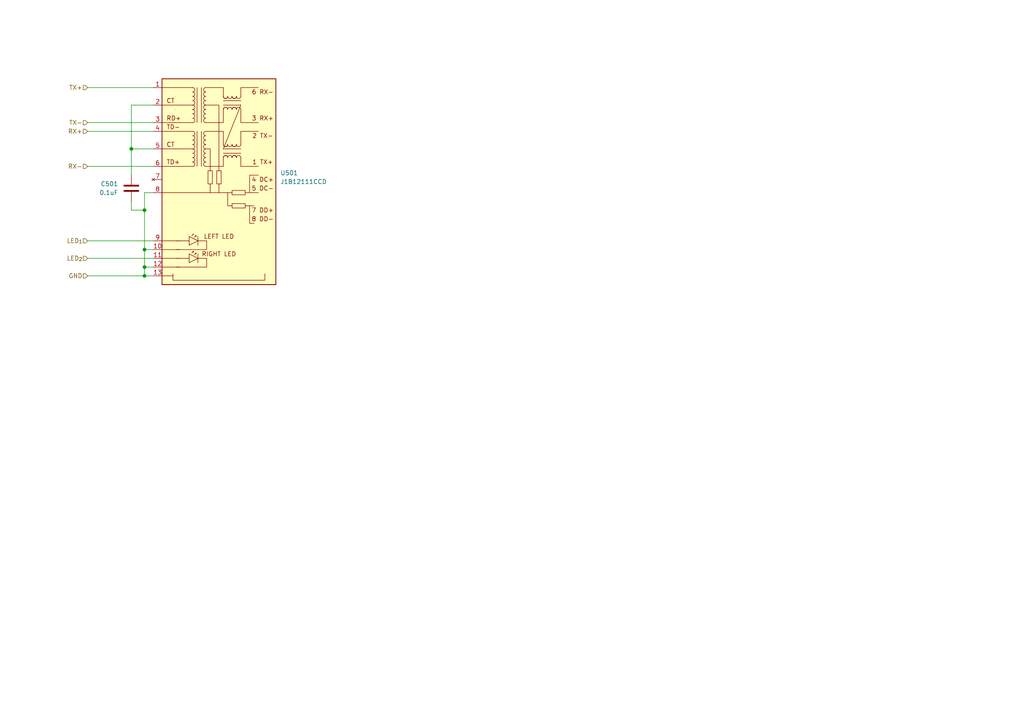
<source format=kicad_sch>
(kicad_sch (version 20211123) (generator eeschema)
  (paper "A4")
  (title_block (date "2022-07-14") (rev "2.3"))
  (lib_symbols
    (symbol "CosmicWatchPro:LPJ4012AHNL" (pin_names hide)
      (property "Reference" "U" (at -6.35 -6.35 0))
      (property "Value" "LPJ4012AHNL" (at -6.35 -8.89 0))
      (symbol "LPJ4012AHNL_0_0"
        (rectangle (start -16.51 30.48) (end 16.51 -29.21) (stroke (width 0.254)) (fill (type background)))
        (rectangle (start -3.175 3.81) (end -1.905 0))
        (rectangle (start -0.635 3.81) (end 0.635 0))
        (polyline (pts (xy -16.51 -24.13) (xy -11.43 -24.13)))
        (polyline (pts (xy -16.51 -21.59) (xy -11.43 -21.59)))
        (polyline (pts (xy -16.51 -19.05) (xy -11.43 -19.05)))
        (polyline (pts (xy -16.51 -16.51) (xy -11.43 -16.51)))
        (polyline (pts (xy -16.51 5.08) (xy -11.43 5.08)))
        (polyline (pts (xy -16.51 10.16) (xy -11.43 10.16)))
        (polyline (pts (xy -16.51 15.24) (xy -11.43 15.24)))
        (polyline (pts (xy -16.51 17.78) (xy -11.43 17.78)))
        (polyline (pts (xy -16.51 22.86) (xy -11.43 22.86)))
        (polyline (pts (xy -16.51 27.94) (xy -11.43 27.94)))
        (polyline (pts (xy -12.446 -16.51) (xy -8.636 -16.51)))
        (polyline (pts (xy 0 -2.54) (xy 3.81 -2.54)))
        (polyline (pts (xy 7.62 -6.35) (xy 10.16 -6.35)))
        (polyline (pts (xy 7.62 -2.54) (xy 11.43 -2.54)))
        (polyline (pts (xy -16.51 -2.54) (xy -2.54 -2.54) (xy -2.54 0)))
        (polyline (pts (xy -2.54 -2.54) (xy 0 -2.54) (xy 0 0)))
        (polyline (pts (xy 2.54 -2.54) (xy 2.54 -6.35) (xy 3.81 -6.35)))
        (polyline (pts (xy 8.89 -6.35) (xy 8.89 -11.43) (xy 10.16 -11.43)))
        (polyline (pts (xy 8.89 -2.54) (xy 8.89 2.54) (xy 11.43 2.54)))
        (polyline (pts (xy -6.096 -16.51) (xy -3.556 -16.51) (xy -3.556 -19.05) (xy -12.446 -19.05)))
        (rectangle (start 3.81 -6.985) (end 7.62 -5.715))
        (rectangle (start 3.81 -3.175) (end 7.62 -1.905))
        (text "1 TX+" (at 12.7 6.35 0) (effects (font (size 1.27 1.27))))
        (text "2 TX-" (at 12.7 13.97 0) (effects (font (size 1.27 1.27))))
        (text "3 RX+" (at 12.7 19.05 0) (effects (font (size 1.27 1.27))))
        (text "4 DC+" (at 12.7 1.27 0) (effects (font (size 1.27 1.27))))
        (text "5 DC-" (at 12.7 -1.27 0) (effects (font (size 1.27 1.27))))
        (text "6 RX-" (at 12.7 26.67 0) (effects (font (size 1.27 1.27))))
        (text "7 DD+" (at 12.7 -7.62 0) (effects (font (size 1.27 1.27))))
        (text "8 DD-" (at 12.7 -10.16 0) (effects (font (size 1.27 1.27))))
        (text "CT" (at -15.24 24.13 0) (effects (font (size 1.27 1.27)) (justify left)))
        (text "LEFT LED" (at 0 -15.24 0) (effects (font (size 1.27 1.27))))
      )
      (symbol "LPJ4012AHNL_0_1"
        (arc (start -16.51 11.43) (mid -16.51 8.89) (end -16.51 11.43))
        (arc (start -7.62 8.89) (mid -6.985 9.525) (end -7.62 10.16))
        (arc (start -7.62 10.16) (mid -6.985 10.795) (end -7.62 11.43))
        (arc (start -7.62 13.97) (mid -6.985 14.605) (end -7.62 15.24))
        (polyline (pts (xy -13.335 -26.67) (xy -16.51 -26.67)))
        (polyline (pts (xy -7.62 5.08) (xy -11.43 5.08)))
        (polyline (pts (xy -7.62 10.16) (xy -11.43 10.16)))
        (polyline (pts (xy -7.62 15.24) (xy -11.43 15.24)))
        (polyline (pts (xy -7.62 17.78) (xy -11.43 17.78)))
        (polyline (pts (xy -7.62 22.86) (xy -11.43 22.86)))
        (polyline (pts (xy -7.62 27.94) (xy -11.43 27.94)))
        (polyline (pts (xy -7.366 -19.558) (xy -7.62 -19.558)))
        (polyline (pts (xy -6.604 -20.066) (xy -6.858 -20.066)))
        (polyline (pts (xy -6.096 -15.24) (xy -6.096 -17.78)))
        (polyline (pts (xy -7.874 -20.066) (xy -7.366 -19.558) (xy -7.366 -19.812)))
        (polyline (pts (xy -7.112 -20.574) (xy -6.604 -20.066) (xy -6.604 -20.32)))
        (polyline (pts (xy -3.81 10.16) (xy -2.54 10.16) (xy -2.54 3.81)))
        (polyline (pts (xy -3.81 22.86) (xy 0 22.86) (xy 0 3.81)))
        (polyline (pts (xy -13.335 -26.035) (xy -13.335 -27.94) (xy 13.335 -27.94) (xy 13.335 -26.035)))
        (polyline (pts (xy -8.636 -15.24) (xy -8.636 -17.78) (xy -6.096 -16.51) (xy -8.636 -15.24)))
      )
      (symbol "LPJ4012AHNL_1_1"
        (arc (start -16.51 7.62) (mid -16.51 5.08) (end -16.51 7.62))
        (arc (start -16.51 20.32) (mid -16.51 17.78) (end -16.51 20.32))
        (arc (start -16.51 21.59) (mid -16.51 19.05) (end -16.51 21.59))
        (arc (start -16.51 26.67) (mid -16.51 24.13) (end -16.51 26.67))
        (arc (start -12.7 6.35) (mid -12.7 8.89) (end -12.7 6.35))
        (arc (start -12.7 10.16) (mid -12.7 12.7) (end -12.7 10.16))
        (arc (start -12.7 19.05) (mid -12.7 21.59) (end -12.7 19.05))
        (arc (start -12.7 21.59) (mid -12.7 24.13) (end -12.7 21.59))
        (arc (start -12.7 25.4) (mid -12.7 27.94) (end -12.7 25.4))
        (arc (start -7.62 5.08) (mid -6.985 5.715) (end -7.62 6.35))
        (arc (start -7.62 6.35) (mid -6.985 6.985) (end -7.62 7.62))
        (arc (start -7.62 7.62) (mid -5.08 7.62) (end -7.62 7.62))
        (arc (start -7.62 7.62) (mid -6.985 8.255) (end -7.62 8.89))
        (arc (start -7.62 11.43) (mid -6.985 12.065) (end -7.62 12.7))
        (arc (start -7.62 12.7) (mid -6.985 13.335) (end -7.62 13.97))
        (arc (start -7.62 17.78) (mid -6.985 18.415) (end -7.62 19.05))
        (arc (start -7.62 19.05) (mid -6.985 19.685) (end -7.62 20.32))
        (arc (start -7.62 20.32) (mid -6.985 20.955) (end -7.62 21.59))
        (arc (start -7.62 21.59) (mid -5.08 21.59) (end -7.62 21.59))
        (arc (start -7.62 21.59) (mid -6.985 22.225) (end -7.62 22.86))
        (arc (start -7.62 22.86) (mid -6.985 23.495) (end -7.62 24.13))
        (arc (start -7.62 24.13) (mid -6.985 24.765) (end -7.62 25.4))
        (arc (start -7.62 25.4) (mid -6.985 26.035) (end -7.62 26.67))
        (arc (start -7.62 26.67) (mid -6.985 27.305) (end -7.62 27.94))
        (arc (start -6.35 11.43) (mid -8.89 11.43) (end -6.35 11.43))
        (arc (start -6.35 25.4) (mid -8.89 25.4) (end -6.35 25.4))
        (arc (start -5.08 7.62) (mid -2.54 7.62) (end -5.08 7.62))
        (arc (start -5.08 21.59) (mid -2.54 21.59) (end -5.08 21.59))
        (arc (start -3.81 6.35) (mid -4.445 5.715) (end -3.81 5.08))
        (arc (start -3.81 7.62) (mid -4.445 6.985) (end -3.81 6.35))
        (arc (start -3.81 8.89) (mid -4.445 8.255) (end -3.81 7.62))
        (arc (start -3.81 10.16) (mid -4.445 9.525) (end -3.81 8.89))
        (arc (start -3.81 11.43) (mid -4.445 10.795) (end -3.81 10.16))
        (arc (start -3.81 11.43) (mid -6.35 11.43) (end -3.81 11.43))
        (arc (start -3.81 12.7) (mid -4.445 12.065) (end -3.81 11.43))
        (arc (start -3.81 13.97) (mid -4.445 13.335) (end -3.81 12.7))
        (arc (start -3.81 15.24) (mid -4.445 14.605) (end -3.81 13.97))
        (arc (start -3.81 19.05) (mid -4.445 18.415) (end -3.81 17.78))
        (arc (start -3.81 20.32) (mid -4.445 19.685) (end -3.81 19.05))
        (arc (start -3.81 21.59) (mid -4.445 20.955) (end -3.81 20.32))
        (arc (start -3.81 22.86) (mid -4.445 22.225) (end -3.81 21.59))
        (arc (start -3.81 24.13) (mid -4.445 23.495) (end -3.81 22.86))
        (arc (start -3.81 25.4) (mid -4.445 24.765) (end -3.81 24.13))
        (arc (start -3.81 25.4) (mid -6.35 25.4) (end -3.81 25.4))
        (arc (start -3.81 26.67) (mid -4.445 26.035) (end -3.81 25.4))
        (arc (start -3.81 27.94) (mid -4.445 27.305) (end -3.81 26.67))
        (polyline (pts (xy -12.446 -21.59) (xy -8.636 -21.59)))
        (polyline (pts (xy -6.604 -14.986) (xy -6.858 -14.986)))
        (polyline (pts (xy -6.35 5.08) (xy -6.35 15.24)))
        (polyline (pts (xy -6.35 27.94) (xy -6.35 17.78)))
        (polyline (pts (xy -6.096 -20.32) (xy -6.096 -22.86)))
        (polyline (pts (xy -5.08 15.24) (xy -5.08 5.08)))
        (polyline (pts (xy -5.08 17.78) (xy -5.08 27.94)))
        (polyline (pts (xy 1.27 8.89) (xy 6.35 8.89)))
        (polyline (pts (xy 1.27 10.16) (xy 6.35 22.86)))
        (polyline (pts (xy 1.27 22.86) (xy 6.35 22.86)))
        (polyline (pts (xy 6.35 10.16) (xy 1.27 10.16)))
        (polyline (pts (xy 6.35 24.13) (xy 1.27 24.13)))
        (polyline (pts (xy -7.874 -14.986) (xy -7.366 -14.478) (xy -7.366 -14.732)))
        (polyline (pts (xy -7.112 -15.494) (xy -6.604 -14.986) (xy -6.604 -15.24)))
        (polyline (pts (xy -3.81 15.24) (xy 1.27 15.24) (xy 1.27 11.43)))
        (polyline (pts (xy -3.81 17.78) (xy 1.27 17.78) (xy 1.27 21.59)))
        (polyline (pts (xy -3.81 27.94) (xy 1.27 27.94) (xy 1.27 25.4)))
        (polyline (pts (xy 1.27 7.62) (xy 1.27 5.08) (xy -3.81 5.08)))
        (polyline (pts (xy 6.35 7.62) (xy 6.35 5.08) (xy 11.43 5.08)))
        (polyline (pts (xy 6.35 11.43) (xy 6.35 15.24) (xy 11.43 15.24)))
        (polyline (pts (xy 6.35 21.59) (xy 6.35 17.78) (xy 11.43 17.78)))
        (polyline (pts (xy 6.35 25.4) (xy 6.35 27.94) (xy 11.43 27.94)))
        (polyline (pts (xy -8.636 -20.32) (xy -8.636 -22.86) (xy -6.096 -21.59) (xy -8.636 -20.32)))
        (polyline (pts (xy -6.096 -21.59) (xy -3.556 -21.59) (xy -3.556 -24.13) (xy -12.446 -24.13)))
        (arc (start 1.27 11.43) (mid 1.905 10.795) (end 2.54 11.43))
        (arc (start 1.27 11.43) (mid 1.905 10.795) (end 2.54 11.43))
        (arc (start 1.27 25.4) (mid 1.905 24.765) (end 2.54 25.4))
        (arc (start 1.27 25.4) (mid 1.905 24.765) (end 2.54 25.4))
        (arc (start 2.54 7.62) (mid 1.905 8.255) (end 1.27 7.62))
        (arc (start 2.54 7.62) (mid 1.905 8.255) (end 1.27 7.62))
        (arc (start 2.54 11.43) (mid 3.175 10.795) (end 3.81 11.43))
        (arc (start 2.54 21.59) (mid 1.905 22.225) (end 1.27 21.59))
        (arc (start 2.54 21.59) (mid 1.905 22.225) (end 1.27 21.59))
        (arc (start 2.54 25.4) (mid 3.175 24.765) (end 3.81 25.4))
        (arc (start 3.81 7.62) (mid 3.175 8.255) (end 2.54 7.62))
        (arc (start 3.81 11.43) (mid 4.445 10.795) (end 5.08 11.43))
        (arc (start 3.81 11.43) (mid 4.445 10.795) (end 5.08 11.43))
        (arc (start 3.81 21.59) (mid 3.175 22.225) (end 2.54 21.59))
        (arc (start 3.81 25.4) (mid 4.445 24.765) (end 5.08 25.4))
        (arc (start 3.81 25.4) (mid 4.445 24.765) (end 5.08 25.4))
        (arc (start 5.08 7.62) (mid 4.445 8.255) (end 3.81 7.62))
        (arc (start 5.08 7.62) (mid 4.445 8.255) (end 3.81 7.62))
        (arc (start 5.08 11.43) (mid 5.715 10.795) (end 6.35 11.43))
        (arc (start 5.08 21.59) (mid 4.445 22.225) (end 3.81 21.59))
        (arc (start 5.08 21.59) (mid 4.445 22.225) (end 3.81 21.59))
        (arc (start 5.08 25.4) (mid 5.715 24.765) (end 6.35 25.4))
        (arc (start 6.35 7.62) (mid 5.715 8.255) (end 5.08 7.62))
        (arc (start 6.35 21.59) (mid 5.715 22.225) (end 5.08 21.59))
        (text "CT" (at -15.24 11.43 0) (effects (font (size 1.27 1.27)) (justify left)))
        (text "RD+" (at -15.24 19.05 0) (effects (font (size 1.27 1.27)) (justify left)))
        (text "RIGHT LED" (at 0 -20.32 0) (effects (font (size 1.27 1.27))))
        (text "TD+" (at -15.24 6.35 0) (effects (font (size 1.27 1.27)) (justify left)))
        (text "TD-" (at -15.24 16.51 0) (effects (font (size 1.27 1.27)) (justify left)))
        (pin passive line (at -19.05 27.94 0) (length 2.54) (name "RD-") (number "1"))
        (pin passive line (at -19.05 -19.05 0) (length 2.54) (name "LLED-") (number "10"))
        (pin passive line (at -19.05 -21.59 0) (length 2.54) (name "RLED+") (number "11"))
        (pin passive line (at -19.05 -24.13 0) (length 2.54) (name "RLED-") (number "12"))
        (pin passive line (at -19.05 -26.67 0) (length 2.54) (name "SHIELD") (number "13"))
        (pin passive line (at -19.05 22.86 0) (length 2.54) (name "CT") (number "2"))
        (pin passive line (at -19.05 17.78 0) (length 2.54) (name "RD+") (number "3"))
        (pin passive line (at -19.05 15.24 0) (length 2.54) (name "TD-") (number "4"))
        (pin passive line (at -19.05 10.16 0) (length 2.54) (name "CT") (number "5"))
        (pin passive line (at -19.05 5.08 0) (length 2.54) (name "TD+") (number "6"))
        (pin no_connect line (at -19.05 1.27 0) (length 2.54) (name "") (number "7"))
        (pin passive line (at -19.05 -2.54 0) (length 2.54) (name "") (number "8"))
        (pin passive line (at -19.05 -16.51 0) (length 2.54) (name "LLED+") (number "9"))
      )
    )
    (symbol "Device:C" (pin_numbers hide) (pin_names (offset 0.254))
      (property "Reference" "C" (at 0.635 2.54 0))
      (property "Value" "C" (at 0.635 -2.54 0))
      (symbol "C_0_1"
        (polyline (pts (xy -2.032 -0.762) (xy 2.032 -0.762)) (stroke (width 0.508)))
        (polyline (pts (xy -2.032 0.762) (xy 2.032 0.762)) (stroke (width 0.508)))
      )
      (symbol "C_1_1"
        (pin passive line (at 0 3.81 270) (length 2.794) (name "~") (number "1"))
        (pin passive line (at 0 -3.81 90) (length 2.794) (name "~") (number "2"))
      )
    )
  )
  (junction (at 38.1 43.18))
  (junction (at 41.91 80.01))
  (junction (at 41.91 77.47))
  (junction (at 41.91 72.39))
  (junction (at 41.91 60.96))
  (wire (pts (xy 38.1 43.18) (xy 38.1 30.48)))
  (wire (pts (xy 41.91 80.01) (xy 44.45 80.01)))
  (wire (pts (xy 25.4 38.1) (xy 44.45 38.1)))
  (wire (pts (xy 25.4 74.93) (xy 44.45 74.93)))
  (wire (pts (xy 25.4 35.56) (xy 44.45 35.56)))
  (wire (pts (xy 25.4 69.85) (xy 44.45 69.85)))
  (wire (pts (xy 41.91 72.39) (xy 44.45 72.39)))
  (wire (pts (xy 41.91 60.96) (xy 41.91 55.88)))
  (wire (pts (xy 38.1 30.48) (xy 44.45 30.48)))
  (wire (pts (xy 41.91 72.39) (xy 41.91 60.96)))
  (wire (pts (xy 41.91 77.47) (xy 44.45 77.47)))
  (wire (pts (xy 38.1 43.18) (xy 44.45 43.18)))
  (wire (pts (xy 25.4 25.4) (xy 44.45 25.4)))
  (wire (pts (xy 25.4 80.01) (xy 41.91 80.01)))
  (wire (pts (xy 41.91 55.88) (xy 44.45 55.88)))
  (wire (pts (xy 41.91 77.47) (xy 41.91 72.39)))
  (wire (pts (xy 41.91 80.01) (xy 41.91 77.47)))
  (wire (pts (xy 25.4 48.26) (xy 44.45 48.26)))
  (wire (pts (xy 38.1 50.8) (xy 38.1 43.18)))
  (wire (pts (xy 38.1 58.42) (xy 38.1 60.96)))
  (wire (pts (xy 41.91 60.96) (xy 38.1 60.96)))
  (hierarchical_label "GND" (shape input) (at 25.4 80.01 180))
  (hierarchical_label "RX+" (shape input) (at 25.4 38.1 180))
  (hierarchical_label "TX-" (shape input) (at 25.4 35.56 180))
  (hierarchical_label "TX+" (shape input) (at 25.4 25.4 180))
  (hierarchical_label "LED_{1}" (shape input) (at 25.4 69.85 180))
  (hierarchical_label "RX-" (shape input) (at 25.4 48.26 180))
  (hierarchical_label "LED_{2}" (shape input) (at 25.4 74.93 180))
  (symbol (lib_id "Device:C") (at 38.1 54.61 0) (unit 1)
    (property "Reference" "C501" (at 34.29 53.34 0) (effects (justify right)))
    (property "Value" "0.1uF" (at 34.29 55.88 0) (effects (justify right)))
    (property "Footprint" "Capacitor_SMD:C_0805_2012Metric_Pad1.18x1.45mm_HandSolder" (effects hide))
  )
  (symbol (lib_id "CosmicWatchPro:LPJ4012AHNL") (at 63.5 53.34 0) (unit 1)
    (property "Reference" "U501" (at 81.28 50.1649 0) (effects (justify left)))
    (property "Value" "J1B12111CCD" (at 81.28 52.7049 0) (effects (justify left)))
    (property "Footprint" "Connector_RJ:RJ45_Cetus_J1B1211CCD_Horizontal" (effects hide))
  )
)
</source>
